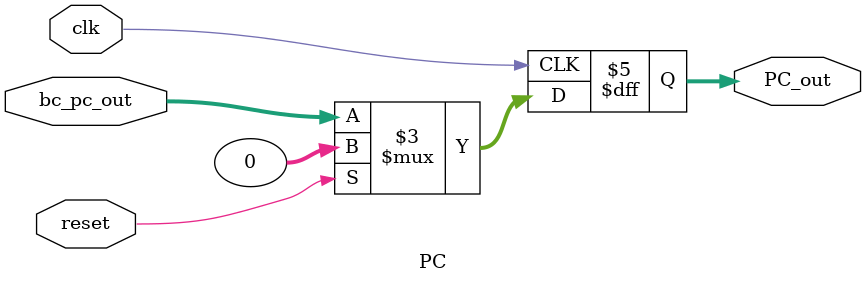
<source format=sv>
module PC ( clk, reset, bc_pc_out, PC_out );
input  logic clk, reset;
input  logic [ 31:0 ] bc_pc_out;
output logic [ 31:0 ] PC_out;
always_ff @( posedge clk )
begin
        if ( reset ) begin
        PC_out <= 32'b0;
        end
        else begin
        PC_out <= bc_pc_out; 
        end
end
endmodule
</source>
